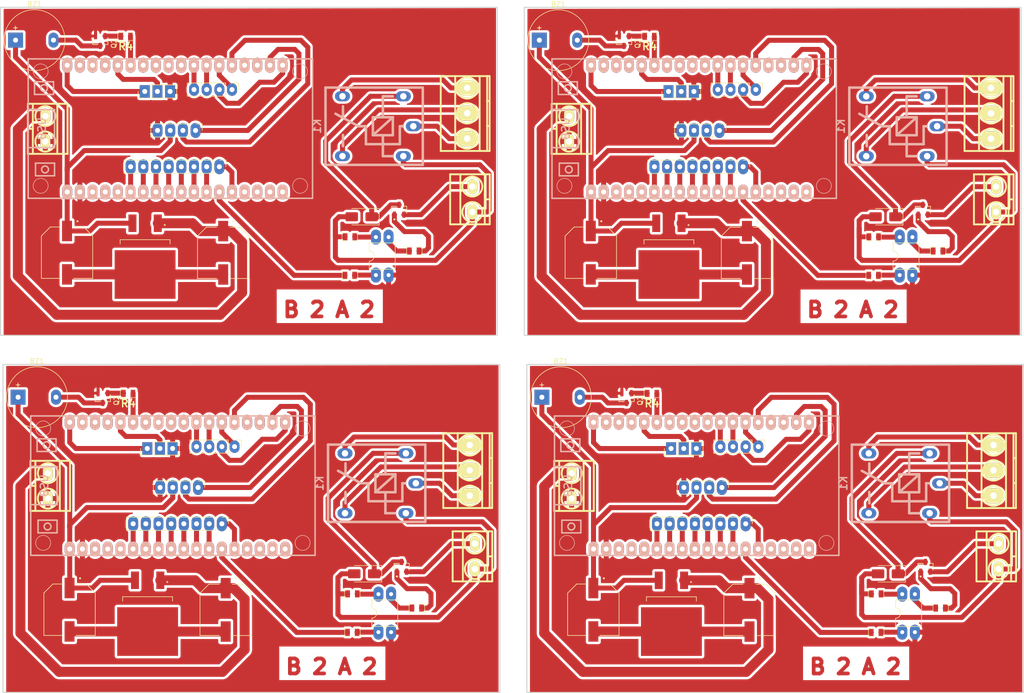
<source format=kicad_pcb>
(kicad_pcb (version 20221018) (generator pcbnew)
  (layers (0 "F.Cu" signal) (31 "B.Cu" signal) (34 "B.Paste" user) (35 "F.Paste" user) (36 "B.SilkS" user "B.Silkscreen") (37 "F.SilkS" user "F.Silkscreen") (38 "B.Mask" user) (39 "F.Mask" user) (44 "Edge.Cuts" user))
  (net 0 "")
  (net 1 "/15")
  (net 2 "GND")
  (net 3 "/9V")
  (net 4 "GND1")
  (net 5 "/5V")
  (net 6 "Net-(D1-A)")
  (net 7 "+9V")
  (net 8 "/8")
  (net 9 "/7")
  (net 10 "/6")
  (net 11 "/5")
  (net 12 "/4")
  (net 13 "/3")
  (net 14 "/2")
  (net 15 "/1")
  (net 16 "/SCL")
  (net 17 "/SDA")
  (net 18 "Earth")
  (net 19 "/C")
  (net 20 "/NO")
  (net 21 "/NC")
  (net 22 "/SS")
  (net 23 "/CLOCK")
  (net 24 "/MOSI")
  (net 25 "/MISO")
  (net 26 "/RST")
  (net 27 "/3V3")
  (net 28 "Net-(R1-Pad2)")
  (net 29 "Net-(R2-Pad1)")
  (net 30 "Net-(R3-Pad1)")
  (net 31 "Net-(Q1-B)")
  (net 48 "/32")
  (net 49 "Net-(BZ1-+)")
  (net 50 "Net-(Q2-B)")
  (footprint "L7805ACD2T:VREG_L7805ACD2T" (layer "F.Cu") (at 167.8122 69.9318 -90)
    (fp_text reference "U3" hide)
    (fp_text value "L7805ACD2T" hide)
  )
  (footprint "EESTN5:R_0805" (layer "F.Cu") (at 103.8745 65.94 180)
    (fp_text reference "R2" hide)
    (fp_text value "R" hide)
  )
  (footprint "EESTN5:R_0805" (layer "F.Cu") (at 104.3803 137.5092 180)
    (fp_text reference "R2" hide)
    (fp_text value "R" hide)
  )
  (footprint "EESTN5:R_0805" (layer "F.Cu") (at 164.4251 97.3398 180)
    (fp_text reference "R4")
    (fp_text value "R" hide)
  )
  (footprint "EESTN5:BORNERA2_AZUL" (layer "F.Cu") (at 43.32355 115.8692 -90)
    (fp_text reference "J5" hide)
    (fp_text value "TB" hide)
  )
  (footprint "L7805ACD2T:VREG_L7805ACD2T" (layer "F.Cu") (at 62.819 69.925 -90)
    (fp_text reference "U3" hide)
    (fp_text value "L7805ACD2T" hide)
  )
  (footprint "EESTN5:R_0805" (layer "F.Cu") (at 222.2609 140.3674)
    (fp_text reference "R3" hide)
    (fp_text value "R" hide)
  )
  (footprint "Buzzer_Beeper:Buzzer_12x9.5RM7.6" (layer "F.Cu") (at 37.3566 98.095)
    (fp_text reference "BZ1")
    (fp_text value "Buzzer")
  )
  (footprint "Buzzer_Beeper:Buzzer_12x9.5RM7.6" (layer "F.Cu") (at 141.844 26.5326)
    (fp_text reference "BZ1")
    (fp_text value "Buzzer")
  )
  (footprint "EESTN5:BORNERA2_AZUL" (layer "F.Cu") (at 233.401 58.435 90)
    (fp_text reference "J3" hide)
    (fp_text value "TBR" hide)
  )
  (footprint "EESTN5:R_0805" (layer "F.Cu") (at 208.8677 65.9468 180)
    (fp_text reference "R2" hide)
    (fp_text value "R" hide)
  )
  (footprint "EESTN5:BORNERA2_AZUL" (layer "F.Cu") (at 128.9136 129.9974 90)
    (fp_text reference "J3" hide)
    (fp_text value "TBR" hide)
  )
  (footprint "EESTN5:BORNERA2_AZUL" (layer "F.Cu") (at 233.9068 130.0042 90)
    (fp_text reference "J3" hide)
    (fp_text value "TBR" hide)
  )
  (footprint "EEEFC1H101P:CAP_EEEFC1H101P" (layer "F.Cu") (at 47.169 69.125 -90)
    (fp_text reference "C2" hide)
    (fp_text value "EEEFC1H101P" hide)
  )
  (footprint "L7805ACD2T:VREG_L7805ACD2T" (layer "F.Cu") (at 168.318 141.501 -90)
    (fp_text reference "U3" hide)
    (fp_text value "L7805ACD2T" hide)
  )
  (footprint "Connector_PinHeader_2.54mm:PinHeader_1x04_P2.54mm_Vertical" (layer "F.Cu") (at 73.4398 116.1942 -90)
    (fp_text reference "J2" hide)
    (fp_text value "Conn_01x04_Socket" hide)
  )
  (footprint "Diode_SMD:D_SMA" (layer "F.Cu") (at 106.2362 61.9212 180)
    (fp_text reference "D1" hide)
    (fp_text value "DIODE" hide)
  )
  (footprint "Buzzer_Beeper:Buzzer_12x9.5RM7.6" (layer "F.Cu") (at 36.8508 26.5258)
    (fp_text reference "BZ1")
    (fp_text value "Buzzer")
  )
  (footprint "EESTN5:R_0805" (layer "F.Cu") (at 163.9193 25.7706 180)
    (fp_text reference "R4")
    (fp_text value "R" hide)
  )
  (footprint "EESTN5:R_0805" (layer "F.Cu") (at 209.3735 137.516 180)
    (fp_text reference "R2" hide)
    (fp_text value "R" hide)
  )
  (footprint "EESTN5:R_0805" (layer "F.Cu") (at 117.2677 140.3606)
    (fp_text reference "R3" hide)
    (fp_text value "R" hide)
  )
  (footprint "Connector_PinHeader_2.54mm:PinHeader_1x08_P2.54mm_Vertical" (layer "F.Cu") (at 183.198 123.471 -90)
    (fp_text reference "J1" hide)
    (fp_text value "Conn_01x08_Socket" hide)
  )
  (footprint "EESTN5:R_0805" (layer "F.Cu") (at 116.7619 68.7914)
    (fp_text reference "R3" hide)
    (fp_text value "R" hide)
  )
  (footprint "EESTN5:R_0805" (layer "F.Cu") (at 104.35105 145.2392)
    (fp_text reference "R1" hide)
    (fp_text value "R" hide)
  )
  (footprint "EESTN5:R_0805" (layer "F.Cu") (at 59.4319 97.333 180)
    (fp_text reference "R4")
    (fp_text value "R" hide)
  )
  (footprint "L7805ACD2T:VREG_L7805ACD2T" (layer "F.Cu") (at 63.3248 141.4942 -90)
    (fp_text reference "U3" hide)
    (fp_text value "L7805ACD2T" hide)
  )
  (footprint "MMBT3904-7-F:SOT95P230X110-3N" (layer "F.Cu") (at 219.2352 132.0997 90)
    (fp_text reference "Q1" hide)
    (fp_text value "2N3904" hide)
  )
  (footprint "EESTN5:BORNERA2_AZUL" (layer "F.Cu") (at 147.81095 44.3068 -90)
    (fp_text reference "J5" hide)
    (fp_text value "TB" hide)
  )
  (footprint "Connector_PinHeader_2.54mm:PinHeader_1x03_P2.54mm_Vertical" (layer "F.Cu") (at 63.2528 108.3792 90)
    (fp_text reference "J7" hide)
    (fp_text value "Conn_01x03_Socket" hide)
  )
  (footprint "Connector_PinHeader_2.54mm:PinHeader_1x04_P2.54mm_Vertical" (layer "F.Cu") (at 178.433 116.201 -90)
    (fp_text reference "J2" hide)
    (fp_text value "Conn_01x04_Socket" hide)
  )
  (footprint "Diode_SMD:D_SMA" (layer "F.Cu") (at 106.742 133.4904 180)
    (fp_text reference "D1" hide)
    (fp_text value "DIODE" hide)
  )
  (footprint "Package_DIP:DIP-4_W7.62mm" (layer "F.Cu") (at 109.5878 145.1892 90)
    (fp_text reference "U2" hide)
    (fp_text value "PC817" hide)
  )
  (footprint "EESTN5:R_0805" (layer "F.Cu") (at 103.84525 73.67)
    (fp_text reference "R1" hide)
    (fp_text value "R" hide)
  )
  (footprint "EESTN5:BORNERA3_Vertical" (layer "F.Cu") (at 127.8842 112.7558 90)
    (fp_text reference "J4" hide)
    (fp_text value "TB_1X3" hide)
  )
  (footprint "Buzzer_Beeper:Buzzer_12x9.5RM7.6" (layer "F.Cu") (at 142.3498 98.1018)
    (fp_text reference "BZ1")
    (fp_text value "Buzzer")
  )
  (footprint "EESTN5:BORNERA2_AZUL" (layer "F.Cu") (at 148.31675 115.876 -90)
    (fp_text reference "J5" hide)
    (fp_text value "TB" hide)
  )
  (footprint "EEEFC1H101P:CAP_EEEFC1H101P" (layer "F.Cu") (at 78.9748 140.7192 -90)
    (fp_text reference "C1" hide)
    (fp_text value "EEEFC1H101P" hide)
  )
  (footprint "EEEFC1H101P:CAP_EEEFC1H101P" (layer "F.Cu") (at 152.1622 69.1318 -90)
    (fp_text reference "C2" hide)
    (fp_text value "EEEFC1H101P" hide)
  )
  (footprint "Connector_PinHeader_2.54mm:PinHeader_1x04_P2.54mm_Vertical" (layer "F.Cu") (at 177.9272 44.6318 -90)
    (fp_text reference "J2" hide)
    (fp_text value "Conn_01x04_Socket" hide)
  )
  (footprint "Connector_PinHeader_2.54mm:PinHeader_1x08_P2.54mm_Vertical" (layer "F.Cu") (at 182.6922 51.9018 -90)
    (fp_text reference "J1" hide)
    (fp_text value "Conn_01x08_Socket" hide)
  )
  (footprint "EESTN5:BORNERA3_Vertical" (layer "F.Cu") (at 232.3716 41.1934 90)
    (fp_text reference "J4" hide)
    (fp_text value "TB_1X3" hide)
  )
  (footprint "Diode_SMD:D_SMA" (layer "F.Cu") (at 211.7352 133.4972 180)
    (fp_text reference "D1" hide)
    (fp_text value "DIODE" hide)
  )
  (footprint "EESTN5:BORNERA2_AZUL" (layer "F.Cu") (at 42.81775 44.3 -90)
    (fp_text reference "J5" hide)
    (fp_text value "TB" hide)
  )
  (footprint "Package_DIP:DIP-4_W7.62mm" (layer "F.Cu") (at 109.082 73.62 90)
    (fp_text reference "U2" hide)
    (fp_text value "PC817" hide)
  )
  (footprint "Connector_PinHeader_2.54mm:PinHeader_1x04_P2.54mm_Vertical" (layer "F.Cu") (at 185.2372 36.4418 -90)
    (fp_text reference "J6" hide)
    (fp_text value "Conn_01x04_Socket" hide)
  )
  (footprint "MMBT3904-7-F:SOT95P230X110-3N" (layer "F.Cu") (at 114.242 132.0929 90)
    (fp_text reference "Q1" hide)
    (fp_text value "2N3904" hide)
  )
  (footprint "EESTN5:BORNERA3_Vertical" (layer "F.Cu") (at 127.3784 41.1866 90)
    (fp_text reference "J4" hide)
    (fp_text value "TB_1X3" hide)
  )
  (footprint "Connector_PinHeader_2.54mm:PinHeader_1x08_P2.54mm_Vertical" (layer "F.Cu") (at 78.2048 123.4642 -90)
    (fp_text reference "J1" hide)
    (fp_text value "Conn_01x08_Socket" hide)
  )
  (footprint "Connector_PinHeader_2.54mm:PinHeader_1x03_P2.54mm_Vertical" (layer "F.Cu") (at 168.246 108.386 90)
    (fp_text reference "J7" hide)
    (fp_text value "Conn_01x03_Socket" hide)
  )
  (footprint "EESTN5:R_0805" (layer "F.Cu") (at 208.83845 73.6768)
    (fp_text reference "R1" hide)
    (fp_text value "R" hide)
  )
  (footprint "MMBT3904-7-F:SOT95P230X110-3N" (layer "F.Cu") (at 158.8266 26.7059 -90)
    (fp_text reference "Q2")
    (fp_text value "2N3904" hide)
  )
  (footprint "Connector_PinHeader_2.54mm:PinHeader_1x03_P2.54mm_Vertical" (layer "F.Cu") (at 62.747 36.81 90)
    (fp_text reference "J7" hide)
    (fp_text value "Conn_01x03_Socket" hide)
  )
  (footprint "EEEFC1H101P:CAP_EEEFC1H101P" (layer "F.Cu") (at 183.4622 69.1568 -90)
    (fp_text reference "C1" hide)
    (fp_text value "EEEFC1H101P" hide)
  )
  (footprint "MMBT3904-7-F:SOT95P230X110-3N" (layer "F.Cu") (at 53.8334 26.6991 -90)
    (fp_text reference "Q2")
    (fp_text value "2N3904" hide)
  )
  (footprint "EESTN5:BORNERA2_AZUL" (layer "F.Cu") (at 128.4078 58.4282 90)
    (fp_text reference "J3" hide)
    (fp_text value "TBR" hide)
  )
  (footprint "MMBT3904-7-F:SOT95P230X110-3N" (layer "F.Cu") (at 218.7294 60.5305 90)
    (fp_text reference "Q1" hide)
    (fp_text value "2N3904" hide)
  )
  (footprint "MMBT3904-7-F:SOT95P230X110-3N" (layer "F.Cu") (at 54.3392 98.2683 -90)
    (fp_text reference "Q2")
    (fp_text value "2N3904" hide)
  )
  (footprint "Connector_PinHeader_2.54mm:PinHeader_1x04_P2.54mm_Vertical" (layer "F.Cu") (at 80.7498 108.0042 -90)
    (fp_text reference "J6" hide)
    (fp_text value "Conn_01x04_Socket" hide)
  )
  (footprint "EEEFC1H101P:CAP_EEEFC1H101P" (layer "F.Cu") (at 152.668 140.701 -90)
    (fp_text reference "C2" hide)
    (fp_text value "EEEFC1H101P" hide)
  )
  (footprint "EESTN5:R_0805" (layer "F.Cu") (at 221.7551 68.7982)
    (fp_text reference "R3" hide)
    (fp_text value "R" hide)
  )
  (footprint "Diode_SMD:D_SMA" (layer "F.Cu") (at 211.2294 61.928 180)
    (fp_text reference "D1" hide)
    (fp_text value "DIODE" hide)
  )
  (footprint "Connector_PinHeader_2.54mm:PinHeader_1x04_P2.54mm_Vertical" (layer "F.Cu") (at 72.934 44.625 -90)
    (fp_text reference "J2" hide)
    (fp_text value "Conn_01x04_Socket" hide)
  )
  (footprint "MMBT3904-7-F:SOT95P230X110-3N" (layer "F.Cu") (at 113.7362 60.5237 90)
    (fp_text reference "Q1" hide)
    (fp_text value "2N3904" hide)
  )
  (footprint "Connector_PinHeader_2.54mm:PinHeader_1x04_P2.54mm_Vertical" (layer "F.Cu") (at 185.743 108.011 -90)
    (fp_text reference "J6" hide)
    (fp_text value "Conn_01x04_Socket" hide)
  )
  (footprint "Connector_PinHeader_2.54mm:PinHeader_1x03_P2.54mm_Vertical" (layer "F.Cu") (at 167.7402 36.8168 90)
    (fp_text reference "J7" hide)
    (fp_text value "Conn_01x03_Socket" hide)
  )
  (footprint "EEEFC1H101P:CAP_EEEFC1H101P" (layer "F.Cu") (at 78.469 69.15 -90)
    (fp_text reference "C1" hide)
    (fp_text value "EEEFC1H101P" hide)
  )
  (footprint "Package_DIP:DIP-4_W7.62mm" (layer "F.Cu") (at 214.581 145.196 90)
    (fp_text reference "U2" hide)
    (fp_text value "PC817" hide)
  )
  (footprint "EESTN5:R_0805" (layer "F.Cu") (at 209.34425 145.246)
    (fp_text reference "R1" hide)
    (fp_text value "R" hide)
  )
  (footprint "EEEFC1H101P:CAP_EEEFC1H101P" (layer "F.Cu") (at 183.968 140.726 -90)
    (fp_text reference "C1" hide)
    (fp_text value "EEEFC1H101P" hide)
  )
  (footprint "EESTN5:BORNERA3_Vertical" (layer "F.Cu") (at 232.8774 112.7626 90)
    (fp_text reference "J4" hide)
    (fp_text value "TB_1X3" hide)
  )
  (footprint "Connector_PinHeader_2.54mm:PinHeader_1x08_P2.54mm_Vertical" (layer "F.Cu") (at 77.699 51.895 -90)
    (fp_text reference "J1" hide)
    (fp_text value "Conn_01x08_Socket" hide)
  )
  (footprint "EEEFC1H101P:CAP_EEEFC1H101P" (layer "F.Cu") (at 47.6748 140.6942 -90)
    (fp_text reference "C2" hide)
    (fp_text value "EEEFC1H101P" hide)
  )
  (footprint "Connector_PinHeader_2.54mm:PinHeader_1x04_P2.54mm_Vertical" (layer "F.Cu") (at 80.244 36.435 -90)
    (fp_text reference "J6" hide)
    (fp_text value "Conn_01x04_Socket" hide)
  )
  (footprint "MMBT3904-7-F:SOT95P230X110-3N" (layer "F.Cu") (at 159.3324 98.2751 -90)
    (fp_text reference "Q2")
    (fp_text value "2N3904" hide)
  )
  (footprint "Package_DIP:DIP-4_W7.62mm" (layer "F.Cu") (at 214.0752 73.6268 90)
    (fp_text reference "U2" hide)
    (fp_text value "PC817" hide)
  )
  (footprint "EESTN5:R_0805" (layer "F.Cu") (at 58.9261 25.7638 180)
    (fp_text reference "R4")
    (fp_text value "R" hide)
  )
  (footprint "EESTN5:Relay_C" (layer "B.Cu") (at 108.9866 115.3466 90)
    (fp_text reference "K1")
    (fp_text value "RELAY_C" hide)
  )
  (footprint "EESTN5:Relay_C" (layer "B.Cu") (at 213.474 43.7842 90)
    (fp_text reference "K1")
    (fp_text value "RELAY_C" hide)
  )
  (footprint "EESTN5:ESP32_DEVKIT_V1_DOIT" (layer "B.Cu") (at 175.0572 44.2618 180)
    (fp_text reference "U1" hide)
    (fp_text value "ESP32_DevKit_V1_DOIT" hide)
  )
  (footprint "EESTN5:ESP32_DEVKIT_V1_DOIT" (layer "B.Cu") (at 70.064 44.255 180)
    (fp_text reference "U1" hide)
    (fp_text value "ESP32_DevKit_V1_DOIT" hide)
  )
  (footprint "EESTN5:Relay_C" (layer "B.Cu") (at 213.9798 115.3534 90)
    (fp_text reference "K1")
    (fp_text value "RELAY_C" hide)
  )
  (footprint "EESTN5:Relay_C" (layer "B.Cu") (at 108.4808 43.7774 90)
    (fp_text reference "K1")
    (fp_text value "RELAY_C" hide)
  )
  (footprint "EESTN5:ESP32_DEVKIT_V1_DOIT" (layer "B.Cu") (at 70.5698 115.8242 180)
    (fp_text reference "U1" hide)
    (fp_text value "ESP32_DevKit_V1_DOIT" hide)
  )
  (footprint "EESTN5:ESP32_DEVKIT_V1_DOIT" (layer "B.Cu") (at 175.563 115.831 180)
    (fp_text reference "U1" hide)
    (fp_text value "ESP32_DevKit_V1_DOIT" hide)
  )
  (gr_rect (start 34.3392 91.5192) (end 133.9124 157.2692) (stroke (width 0.2)) (fill none) (layer "Edge.Cuts"))
  (gr_rect (start 139.3324 91.526) (end 238.9056 157.276) (stroke (width 0.2)) (fill none) (layer "Edge.Cuts"))
  (gr_rect (start 138.8266 19.9568) (end 238.3998 85.7068) (stroke (width 0.2)) (fill none) (layer "Edge.Cuts"))
  (gr_rect (start 33.8334 19.95) (end 133.4066 85.7) (stroke (width 0.2)) (fill none) (layer "Edge.Cuts"))
  (gr_text "B 2 A 2" (at 90.6358 153.8734) (layer "F.Cu") (effects (font (size 3 3) (thickness 0.75) bold) (justify left bottom)))
  (gr_text "B 2 A 2" (at 195.1232 82.311) (layer "F.Cu") (effects (font (size 3 3) (thickness 0.75) bold) (justify left bottom)))
  (gr_text "B 2 A 2" (at 195.629 153.8802) (layer "F.Cu") (effects (font (size 3 3) (thickness 0.75) bold) (justify left bottom)))
  (gr_text "B 2 A 2" (at 90.13 82.3042) (layer "F.Cu") (effects (font (size 3 3) (thickness 0.75) bold) (justify left bottom)))
  (segment (start 165.403 97.3652) (end 165.3776 97.3398) (width 1) (layer "F.Cu") (net 1))
  (segment (start 60.4748 103.0592) (end 60.4098 103.1242) (width 1) (layer "F.Cu") (net 1))
  (segment (start 60.4098 103.1242) (end 60.4098 97.3584) (width 1) (layer "F.Cu") (net 1))
  (segment (start 59.904 31.555) (end 59.904 25.7892) (width 1) (layer "F.Cu") (net 1))
  (segment (start 165.403 103.131) (end 165.403 97.3652) (width 1) (layer "F.Cu") (net 1))
  (segment (start 164.8972 25.796) (end 164.8718 25.7706) (width 1) (layer "F.Cu") (net 1))
  (segment (start 164.9622 31.4968) (end 164.8972 31.5618) (width 1) (layer "F.Cu") (net 1))
  (segment (start 165.468 103.066) (end 165.403 103.131) (width 1) (layer "F.Cu") (net 1))
  (segment (start 60.4098 97.3584) (end 60.3844 97.333) (width 1) (layer "F.Cu") (net 1))
  (segment (start 164.8972 31.5618) (end 164.8972 25.796) (width 1) (layer "F.Cu") (net 1))
  (segment (start 59.969 31.49) (end 59.904 31.555) (width 1) (layer "F.Cu") (net 1))
  (segment (start 59.904 25.7892) (end 59.8786 25.7638) (width 1) (layer "F.Cu") (net 1))
  (segment (start 177.818 134.801) (end 170.858 134.801) (width 2) (layer "F.Cu") (net 3))
  (segment (start 80.5498 136.3692) (end 78.9748 136.3692) (width 2) (layer "F.Cu") (net 3))
  (segment (start 82.269 67.025) (end 80.044 64.8) (width 2) (layer "F.Cu") (net 3))
  (segment (start 45.094 81.575) (end 77.819 81.575) (width 2) (layer "F.Cu") (net 3))
  (segment (start 37.8248 115.9692) (end 37.8248 145.3692) (width 2) (layer "F.Cu") (net 3))
  (segment (start 150.0872 81.5818) (end 182.8122 81.5818) (width 2) (layer "F.Cu") (net 3))
  (segment (start 187.2622 67.0318) (end 185.0372 64.8068) (width 2) (layer "F.Cu") (net 3))
  (segment (start 78.9748 136.3692) (end 74.3998 136.3692) (width 2) (layer "F.Cu") (net 3))
  (segment (start 45.5998 153.1442) (end 78.3248 153.1442) (width 2) (layer "F.Cu") (net 3))
  (segment (start 142.818 145.376) (end 150.593 153.151) (width 2) (layer "F.Cu") (net 3))
  (segment (start 144.9522 41.7668) (end 142.3122 44.4068) (width 2) (layer "F.Cu") (net 3))
  (segment (start 148.31675 113.336) (end 145.458 113.336) (width 2) (layer "F.Cu") (net 3))
  (segment (start 82.269 77.125) (end 82.269 67.025) (width 2) (layer "F.Cu") (net 3))
  (segment (start 187.2622 77.1318) (end 187.2622 67.0318) (width 2) (layer "F.Cu") (net 3))
  (segment (start 74.3998 136.3692) (end 72.8248 134.7942) (width 2) (layer "F.Cu") (net 3))
  (segment (start 78.3248 153.1442) (end 82.7748 148.6942) (width 2) (layer "F.Cu") (net 3))
  (segment (start 142.3122 44.4068) (end 142.3122 73.8068) (width 2) (layer "F.Cu") (net 3))
  (segment (start 37.8248 145.3692) (end 45.5998 153.1442) (width 2) (layer "F.Cu") (net 3))
  (segment (start 37.319 73.8) (end 45.094 81.575) (width 2) (layer "F.Cu") (net 3))
  (segment (start 80.044 64.8) (end 78.469 64.8) (width 2) (layer "F.Cu") (net 3))
  (segment (start 183.4622 64.8068) (end 178.8872 64.8068) (width 2) (layer "F.Cu") (net 3))
  (segment (start 179.393 136.376) (end 177.818 134.801) (width 2) (layer "F.Cu") (net 3))
  (segment (start 147.81095 41.7668) (end 144.9522 41.7668) (width 2) (layer "F.Cu") (net 3))
  (segment (start 72.319 63.225) (end 65.359 63.225) (width 2) (layer "F.Cu") (net 3))
  (segment (start 40.4648 113.3292) (end 37.8248 115.9692) (width 2) (layer "F.Cu") (net 3))
  (segment (start 82.7748 138.5942) (end 80.5498 136.3692) (width 2) (layer "F.Cu") (net 3))
  (segment (start 37.319 44.4) (end 37.319 73.8) (width 2) (layer "F.Cu") (net 3))
  (segment (start 78.469 64.8) (end 73.894 64.8) (width 2) (layer "F.Cu") (net 3))
  (segment (start 178.8872 64.8068) (end 177.3122 63.2318) (width 2) (layer "F.Cu") (net 3))
  (segment (start 77.819 81.575) (end 82.269 77.125) (width 2) (layer "F.Cu") (net 3))
  (segment (start 82.7748 148.6942) (end 82.7748 138.5942) (width 2) (layer "F.Cu") (net 3))
  (segment (start 185.0372 64.8068) (end 183.4622 64.8068) (width 2) (layer "F.Cu") (net 3))
  (segment (start 142.3122 73.8068) (end 150.0872 81.5818) (width 2) (layer "F.Cu") (net 3))
  (segment (start 187.768 148.701) (end 187.768 138.601) (width 2) (layer "F.Cu") (net 3))
  (segment (start 42.81775 41.76) (end 39.959 41.76) (width 2) (layer "F.Cu") (net 3))
  (segment (start 43.32355 113.3292) (end 40.4648 113.3292) (width 2) (layer "F.Cu") (net 3))
  (segment (start 185.543 136.376) (end 183.968 136.376) (width 2) (layer "F.Cu") (net 3))
  (segment (start 187.768 138.601) (end 185.543 136.376) (width 2) (layer "F.Cu") (net 3))
  (segment (start 177.3122 63.2318) (end 170.3522 63.2318) (width 2) (layer "F.Cu") (net 3))
  (segment (start 142.818 115.976) (end 142.818 145.376) (width 2) (layer "F.Cu") (net 3))
  (segment (start 183.318 153.151) (end 187.768 148.701) (width 2) (layer "F.Cu") (net 3))
  (segment (start 72.8248 134.7942) (end 65.8648 134.7942) (width 2) (layer "F.Cu") (net 3))
  (segment (start 182.8122 81.5818) (end 187.2622 77.1318) (width 2) (layer "F.Cu") (net 3))
  (segment (start 73.894 64.8) (end 72.319 63.225) (width 2) (layer "F.Cu") (net 3))
  (segment (start 145.458 113.336) (end 142.818 115.976) (width 2) (layer "F.Cu") (net 3))
  (segment (start 150.593 153.151) (end 183.318 153.151) (width 2) (layer "F.Cu") (net 3))
  (segment (start 39.959 41.76) (end 37.319 44.4) (width 2) (layer "F.Cu") (net 3))
  (segment (start 183.968 136.376) (end 179.393 136.376) (width 2) (layer "F.Cu") (net 3))
  (segment (start 152.1622 73.4818) (end 167.7872 73.4818) (width 2) (layer "F.Cu") (net 4))
  (segment (start 152.668 145.051) (end 168.293 145.051) (width 2) (layer "F.Cu") (net 4))
  (segment (start 78.469 73.5) (end 62.819 73.5) (width 2) (layer "F.Cu") (net 4))
  (segment (start 47.169 73.475) (end 62.794 73.475) (width 2) (layer "F.Cu") (net 4))
  (segment (start 183.4622 73.5068) (end 167.8122 73.5068) (width 2) (layer "F.Cu") (net 4))
  (segment (start 167.7872 73.4818) (end 167.8122 73.5068) (width 2) (layer "F.Cu") (net 4))
  (segment (start 78.9748 145.0692) (end 63.3248 145.0692) (width 2) (layer "F.Cu") (net 4))
  (segment (start 47.6748 145.0442) (end 63.2998 145.0442) (width 2) (layer "F.Cu") (net 4))
  (segment (start 62.794 73.475) (end 62.819 73.5) (width 2) (layer "F.Cu") (net 4))
  (segment (start 63.2998 145.0442) (end 63.3248 145.0692) (width 2) (layer "F.Cu") (net 4))
  (segment (start 183.968 145.076) (end 168.318 145.076) (width 2) (layer "F.Cu") (net 4))
  (segment (start 168.293 145.051) (end 168.318 145.076) (width 2) (layer "F.Cu") (net 4))
  (segment (start 142.3498 98.1018) (end 142.3498 101.5408) (width 1) (layer "F.Cu") (net 5))
  (segment (start 47.169 64.775) (end 51.744 64.775) (width 1) (layer "F.Cu") (net 5))
  (segment (start 152.1972 52.6184) (end 152.1972 56.9618) (width 1) (layer "F.Cu") (net 5))
  (segment (start 51.1498 120.2192) (end 47.7098 123.6592) (width 1) (layer "F.Cu") (net 5))
  (segment (start 47.7098 123.6592) (end 47.7098 124.1808) (width 1) (layer "F.Cu") (net 5))
  (segment (start 52.2498 136.3442) (end 53.7998 134.7942) (width 1) (layer "F.Cu") (net 5))
  (segment (start 155.6372 48.6568) (end 152.1972 52.0968) (width 1) (layer "F.Cu") (net 5))
  (segment (start 152.703 128.531) (end 152.703 136.316) (width 1) (layer "F.Cu") (net 5))
  (segment (start 173.353 118.341) (end 171.468 120.226) (width 1) (layer "F.Cu") (net 5))
  (segment (start 65.969 48.65) (end 50.644 48.65) (width 1) (layer "F.Cu") (net 5))
  (segment (start 152.1972 52.0968) (end 152.1972 52.6184) (width 1) (layer "F.Cu") (net 5))
  (segment (start 47.204 56.955) (end 47.204 64.74) (width 1) (layer "F.Cu") (net 5))
  (segment (start 157.243 136.351) (end 158.793 134.801) (width 1) (layer "F.Cu") (net 5))
  (segment (start 170.9622 48.6568) (end 155.6372 48.6568) (width 1) (layer "F.Cu") (net 5))
  (segment (start 152.1972 56.9618) (end 152.1972 64.7468) (width 1) (layer "F.Cu") (net 5))
  (segment (start 158.793 134.801) (end 165.778 134.801) (width 1) (layer "F.Cu") (net 5))
  (segment (start 156.143 120.226) (end 152.703 123.666) (width 1) (layer "F.Cu") (net 5))
  (segment (start 172.8472 44.6318) (end 172.8472 46.7718) (width 1) (layer "F.Cu") (net 5))
  (segment (start 152.703 111.894) (end 152.703 124.1876) (width 1) (layer "F.Cu") (net 5))
  (segment (start 158.2872 63.2318) (end 165.2722 63.2318) (width 1) (layer "F.Cu") (net 5))
  (segment (start 53.294 63.225) (end 60.279 63.225) (width 1) (layer "F.Cu") (net 5))
  (segment (start 141.844 26.5326) (end 141.844 29.9716) (width 1) (layer "F.Cu") (net 5))
  (segment (start 152.1972 64.7468) (end 152.1622 64.7818) (width 2) (layer "F.Cu") (net 5))
  (segment (start 36.8508 26.5258) (end 36.8508 29.9648) (width 1) (layer "F.Cu") (net 5))
  (segment (start 173.353 116.201) (end 173.353 118.341) (width 1) (layer "F.Cu") (net 5))
  (segment (start 37.3566 101.534) (end 47.7098 111.8872) (width 1) (layer "F.Cu") (net 5))
  (segment (start 67.854 46.765) (end 65.969 48.65) (width 1) (layer "F.Cu") (net 5))
  (segment (start 47.204 52.6116) (end 47.204 56.955) (width 1) (layer "F.Cu") (net 5))
  (segment (start 141.844 29.9716) (end 152.1972 40.3248) (width 1) (layer "F.Cu") (net 5))
  (segment (start 47.7098 128.5242) (end 47.7098 136.3092) (width 1) (layer "F.Cu") (net 5))
  (segment (start 51.744 64.775) (end 53.294 63.225) (width 1) (layer "F.Cu") (net 5))
  (segment (start 47.204 64.74) (end 47.169 64.775) (width 2) (layer "F.Cu") (net 5))
  (segment (start 47.204 52.09) (end 47.204 52.6116) (width 1) (layer "F.Cu") (net 5))
  (segment (start 152.1972 40.3248) (end 152.1972 52.6184) (width 1) (layer "F.Cu") (net 5))
  (segment (start 171.468 120.226) (end 156.143 120.226) (width 1) (layer "F.Cu") (net 5))
  (segment (start 67.854 44.625) (end 67.854 46.765) (width 1) (layer "F.Cu") (net 5))
  (segment (start 37.3566 98.095) (end 37.3566 101.534) (width 1) (layer "F.Cu") (net 5))
  (segment (start 152.668 136.351) (end 157.243 136.351) (width 1) (layer "F.Cu") (net 5))
  (segment (start 152.1622 64.7818) (end 156.7372 64.7818) (width 1) (layer "F.Cu") (net 5))
  (segment (start 36.8508 29.9648) (end 47.204 40.318) (width 1) (layer "F.Cu") (net 5))
  (segment (start 47.7098 111.8872) (end 47.7098 124.1808) (width 1) (layer "F.Cu") (net 5))
  (segment (start 142.3498 101.5408) (end 152.703 111.894) (width 1) (layer "F.Cu") (net 5))
  (segment (start 47.6748 136.3442) (end 52.2498 136.3442) (width 1) (layer "F.Cu") (net 5))
  (segment (start 68.3598 118.3342) (end 66.4748 120.2192) (width 1) (layer "F.Cu") (net 5))
  (segment (start 172.8472 46.7718) (end 170.9622 48.6568) (width 1) (layer "F.Cu") (net 5))
  (segment (start 47.7098 136.3092) (end 47.6748 136.3442) (width 2) (layer "F.Cu") (net 5))
  (segment (start 66.4748 120.2192) (end 51.1498 120.2192) (width 1) (layer "F.Cu") (net 5))
  (segment (start 156.7372 64.7818) (end 158.2872 63.2318) (width 1) (layer "F.Cu") (net 5))
  (segment (start 152.703 124.1876) (end 152.703 128.531) (width 1) (layer "F.Cu") (net 5))
  (segment (start 53.7998 134.7942) (end 60.7848 134.7942) (width 1) (layer "F.Cu") (net 5))
  (segment (start 68.3598 116.1942) (end 68.3598 118.3342) (width 1) (layer "F.Cu") (net 5))
  (segment (start 152.703 123.666) (end 152.703 124.1876) (width 1) (layer "F.Cu") (net 5))
  (segment (start 47.204 40.318) (end 47.204 52.6116) (width 1) (layer "F.Cu") (net 5))
  (segment (start 47.7098 124.1808) (end 47.7098 128.5242) (width 1) (layer "F.Cu") (net 5))
  (segment (start 152.703 136.316) (end 152.668 136.351) (width 2) (layer "F.Cu") (net 5))
  (segment (start 50.644 48.65) (end 47.204 52.09) (width 1) (layer "F.Cu") (net 5))
  (segment (start 213.5028 109.3534) (end 204.5148 118.3414) (width 1) (layer "F.Cu") (net 6))
  (segment (start 204.009 50.9378) (end 204.009 46.7722) (width 1) (layer "F.Cu") (net 6))
  (segment (start 215.1992 133.4972) (end 217.5767 131.1197) (width 1) (layer "F.Cu") (net 6))
  (segment (start 213.7352 133.4972) (end 215.1992 133.4972) (width 1) (layer "F.Cu") (net 6))
  (segment (start 213.2294 61.928) (end 213.2294 60.1582) (width 1) (layer "F.Cu") (net 6))
  (segment (start 217.5767 131.1197) (end 219.2352 131.1197) (width 1) (layer "F.Cu") (net 6))
  (segment (start 213.2294 61.928) (end 214.6934 61.928) (width 1) (layer "F.Cu") (net 6))
  (segment (start 217.0709 59.5505) (end 218.7294 59.5505) (width 1) (layer "F.Cu") (net 6))
  (segment (start 108.742 131.7206) (end 99.5216 122.5002) (width 1) (layer "F.Cu") (net 6))
  (segment (start 219.574 37.7842) (end 212.997 37.7842) (width 1) (layer "F.Cu") (net 6))
  (segment (start 108.5096 109.3466) (end 99.5216 118.3346) (width 1) (layer "F.Cu") (net 6))
  (segment (start 108.2362 60.1514) (end 99.0158 50.931) (width 1) (layer "F.Cu") (net 6))
  (segment (start 108.2362 61.9212) (end 109.7002 61.9212) (width 1) (layer "F.Cu") (net 6))
  (segment (start 108.0038 37.7774) (end 99.0158 46.7654) (width 1) (layer "F.Cu") (net 6))
  (segment (start 220.0798 109.3534) (end 213.5028 109.3534) (width 1) (layer "F.Cu") (net 6))
  (segment (start 213.2294 60.1582) (end 204.009 50.9378) (width 1) (layer "F.Cu") (net 6))
  (segment (start 108.742 133.4904) (end 110.206 133.4904) (width 1) (layer "F.Cu") (net 6))
  (segment (start 213.7352 131.7274) (end 204.5148 122.507) (width 1) (layer "F.Cu") (net 6))
  (segment (start 112.0777 59.5437) (end 113.7362 59.5437) (width 1) (layer "F.Cu") (net 6))
  (segment (start 204.5148 122.507) (end 204.5148 118.3414) (width 1) (layer "F.Cu") (net 6))
  (segment (start 114.5808 37.7774) (end 108.0038 37.7774) (width 1) (layer "F.Cu") (net 6))
  (segment (start 108.2362 61.9212) (end 108.2362 60.1514) (width 1) (layer "F.Cu") (net 6))
  (segment (start 109.7002 61.9212) (end 112.0777 59.5437) (width 1) (layer "F.Cu") (net 6))
  (segment (start 112.5835 131.1129) (end 114.242 131.1129) (width 1) (layer "F.Cu") (net 6))
  (segment (start 110.206 133.4904) (end 112.5835 131.1129) (width 1) (layer "F.Cu") (net 6))
  (segment (start 214.6934 61.928) (end 217.0709 59.5505) (width 1) (layer "F.Cu") (net 6))
  (segment (start 99.0158 50.931) (end 99.0158 46.7654) (width 1) (layer "F.Cu") (net 6))
  (segment (start 108.742 133.4904) (end 108.742 131.7206) (width 1) (layer "F.Cu") (net 6))
  (segment (start 115.0866 109.3466) (end 108.5096 109.3466) (width 1) (layer "F.Cu") (net 6))
  (segment (start 213.7352 133.4972) (end 213.7352 131.7274) (width 1) (layer "F.Cu") (net 6))
  (segment (start 99.5216 122.5002) (end 99.5216 118.3346) (width 1) (layer "F.Cu") (net 6))
  (segment (start 212.997 37.7842) (end 204.009 46.7722) (width 1) (layer "F.Cu") (net 6))
  (segment (start 130.4122 123.0632) (end 115.5024 123.0632) (width 1) (layer "F.Cu") (net 7))
  (segment (start 234.8996 51.5008) (end 219.9898 51.5008) (width 1) (layer "F.Cu") (net 7))
  (segment (start 102.0558 142.2292) (end 101.467 141.6404) (width 1) (layer "F.Cu") (net 7))
  (segment (start 219.9898 51.5008) (end 219.574 51.085) (width 1) (layer "F.Cu") (net 7))
  (segment (start 233.401 63.2928) (end 226.027 70.6668) (width 1) (layer "F.Cu") (net 7))
  (segment (start 209.2294 61.928) (end 206.7044 61.928) (width 1) (layer "F.Cu") (net 7))
  (segment (start 101.467 134.2404) (end 101.467 135.7654) (width 1) (layer "F.Cu") (net 7))
  (segment (start 128.4078 63.286) (end 121.0338 70.66) (width 1) (layer "F.Cu") (net 7))
  (segment (start 101.7112 61.9212) (end 100.9612 62.6712) (width 1) (layer "F.Cu") (net 7))
  (segment (start 131.757 60.57) (end 131.757 53.3446) (width 1) (layer "F.Cu") (net 7))
  (segment (start 233.401 60.975) (end 233.401 63.2928) (width 1) (layer "F.Cu") (net 7))
  (segment (start 220.4956 123.07) (end 220.0798 122.6542) (width 1) (layer "F.Cu") (net 7))
  (segment (start 102.217 133.4904) (end 101.467 134.2404) (width 1) (layer "F.Cu") (net 7))
  (segment (start 237.256 124.9206) (end 235.4054 123.07) (width 1) (layer "F.Cu") (net 7))
  (segment (start 115.5024 123.0632) (end 115.0866 122.6474) (width 1) (layer "F.Cu") (net 7))
  (segment (start 226.027 70.6668) (end 206.5432 70.6668) (width 1) (layer "F.Cu") (net 7))
  (segment (start 206.4602 141.6472) (end 206.4602 135.7722) (width 1) (layer "F.Cu") (net 7))
  (segment (start 205.9544 64.203) (end 205.9544 65.9468) (width 1) (layer "F.Cu") (net 7))
  (segment (start 128.9136 134.8552) (end 121.5396 142.2292) (width 1) (layer "F.Cu") (net 7))
  (segment (start 131.8646 132.5374) (end 132.2628 132.1392) (width 1) (layer "F.Cu") (net 7))
  (segment (start 206.4602 135.7722) (end 206.4602 137.516) (width 1) (layer "F.Cu") (net 7))
  (segment (start 206.4602 137.516) (end 208.421 137.516) (width 1) (layer "F.Cu") (net 7))
  (segment (start 131.757 53.3446) (end 129.9064 51.494) (width 1) (layer "F.Cu") (net 7))
  (segment (start 237.256 132.146) (end 237.256 124.9206) (width 1) (layer "F.Cu") (net 7))
  (segment (start 207.049 142.236) (end 206.4602 141.6472) (width 1) (layer "F.Cu") (net 7))
  (segment (start 236.352 60.975) (end 236.7502 60.5768) (width 1) (layer "F.Cu") (net 7))
  (segment (start 131.3588 60.9682) (end 131.757 60.57) (width 1) (layer "F.Cu") (net 7))
  (segment (start 233.9068 132.5442) (end 236.8578 132.5442) (width 1) (layer "F.Cu") (net 7))
  (segment (start 121.0338 70.66) (end 101.55 70.66) (width 1) (layer "F.Cu") (net 7))
  (segment (start 128.9136 132.5374) (end 128.9136 134.8552) (width 1) (layer "F.Cu") (net 7))
  (segment (start 132.2628 124.9138) (end 130.4122 123.0632) (width 1) (layer "F.Cu") (net 7))
  (segment (start 115.0866 122.6474) (end 115.0866 121.3466) (width 1) (layer "F.Cu") (net 7))
  (segment (start 206.7044 61.928) (end 205.9544 62.678) (width 1) (layer "F.Cu") (net 7))
  (segment (start 104.2362 61.9212) (end 101.7112 61.9212) (width 1) (layer "F.Cu") (net 7))
  (segment (start 114.9966 51.494) (end 114.5808 51.0782) (width 1) (layer "F.Cu") (net 7))
  (segment (start 101.55 70.66) (end 100.9612 70.0712) (width 1) (layer "F.Cu") (net 7))
  (segment (start 101.467 135.7654) (end 101.467 137.5092) (width 1) (layer "F.Cu") (net 7))
  (segment (start 206.5432 70.6668) (end 205.9544 70.078) (width 1) (layer "F.Cu") (net 7))
  (segment (start 100.9612 62.6712) (end 100.9612 64.1962) (width 1) (layer "F.Cu") (net 7))
  (segment (start 205.9544 65.9468) (end 207.9152 65.9468) (width 1) (layer "F.Cu") (net 7))
  (segment (start 233.9068 134.862) (end 226.5328 142.236) (width 1) (layer "F.Cu") (net 7))
  (segment (start 236.8578 132.5442) (end 237.256 132.146) (width 1) (layer "F.Cu") (net 7))
  (segment (start 235.4054 123.07) (end 220.4956 123.07) (width 1) (layer "F.Cu") (net 7))
  (segment (start 100.9612 70.0712) (end 100.9612 64.1962) (width 1) (layer "F.Cu") (net 7))
  (segment (start 226.5328 142.236) (end 207.049 142.236) (width 1) (layer "F.Cu") (net 7))
  (segment (start 236.7502 60.5768) (end 236.7502 53.3514) (width 1) (layer "F.Cu") (net 7))
  (segment (start 100.9612 64.1962) (end 100.9612 65.94) (width 1) (layer "F.Cu") (net 7))
  (segment (start 205.9544 62.678) (end 205.9544 64.203) (width 1) (layer "F.Cu") (net 7))
  (segment (start 101.467 141.6404) (end 101.467 135.7654) (width 1) (layer "F.Cu") (net 7))
  (segment (start 233.9068 132.5442) (end 233.9068 134.862) (width 1) (layer "F.Cu") (net 7))
  (segment (start 132.2628 132.1392) (end 132.2628 124.9138) (width 1) (layer "F.Cu") (net 7))
  (segment (start 100.9612 65.94) (end 102.922 65.94) (width 1) (layer "F.Cu") (net 7))
  (segment (start 104.742 133.4904) (end 102.217 133.4904) (width 1) (layer "F.Cu") (net 7))
  (segment (start 128.4078 60.9682) (end 131.3588 60.9682) (width 1) (layer "F.Cu") (net 7))
  (segment (start 209.7352 133.4972) (end 207.2102 133.4972) (width 1) (layer "F.Cu") (net 7))
  (segment (start 220.0798 122.6542) (end 220.0798 121.3534) (width 1) (layer "F.Cu") (net 7))
  (segment (start 114.5808 51.0782) (end 114.5808 49.7774) (width 1) (layer "F.Cu") (net 7))
  (segment (start 219.574 51.085) (end 219.574 49.7842) (width 1) (layer "F.Cu") (net 7))
  (segment (start 206.4602 134.2472) (end 206.4602 135.7722) (width 1) (layer "F.Cu") (net 7))
  (segment (start 129.9064 51.494) (end 114.9966 51.494) (width 1) (layer "F.Cu") (net 7))
  (segment (start 207.2102 133.4972) (end 206.4602 134.2472) (width 1) (layer "F.Cu") (net 7))
  (segment (start 236.7502 53.3514) (end 234.8996 51.5008) (width 1) (layer "F.Cu") (net 7))
  (segment (start 121.5396 142.2292) (end 102.0558 142.2292) (width 1) (layer "F.Cu") (net 7))
  (segment (start 233.401 60.975) (end 236.352 60.975) (width 1) (layer "F.Cu") (net 7))
  (segment (start 128.9136 132.5374) (end 131.8646 132.5374) (width 1) (layer "F.Cu") (net 7))
  (segment (start 101.467 137.5092) (end 103.4278 137.5092) (width 1) (layer "F.Cu") (net 7))
  (segment (start 128.4078 60.9682) (end 128.4078 63.286) (width 1) (layer "F.Cu") (net 7))
  (segment (start 205.9544 70.078) (end 205.9544 64.203) (width 1) (layer "F.Cu") (net 7))
  (segment (start 185.2172 56.9618) (end 185.2172 52.9994) (width 1) (layer "F.Cu") (net 8))
  (segment (start 80.224 52.9926) (end 79.1264 51.895) (width 1) (layer "F.Cu") (net 8))
  (segment (start 184.1196 51.9018) (end 182.6922 51.9018) (width 1) (layer "F.Cu") (net 8))
  (segment (start 79.1264 51.895) (end 77.699 51.895) (width 1) (layer "F.Cu") (net 8))
  (segment (start 184.6254 123.471) (end 183.198 123.471) (width 1) (layer "F.Cu") (net 8))
  (segment (start 185.2172 52.9994) (end 184.1196 51.9018) (width 1) (layer "F.Cu") (net 8))
  (segment (start 80.224 56.955) (end 80.224 52.9926) (width 1) (layer "F.Cu") (net 8))
  (segment (start 185.723 124.5686) (end 184.6254 123.471) (width 1) (layer "F.Cu") (net 8))
  (segment (start 80.7298 124.5618) (end 79.6322 123.4642) (width 1) (layer "F.Cu") (net 8))
  (segment (start 80.7298 128.5242) (end 80.7298 124.5618) (width 1) (layer "F.Cu") (net 8))
  (segment (start 185.723 128.531) (end 185.723 124.5686) (width 1) (layer "F.Cu") (net 8))
  (segment (start 79.6322 123.4642) (end 78.2048 123.4642) (width 1) (layer "F.Cu") (net 8))
  (segment (start 180.643 128.531) (end 180.643 123.486) (width 1) (layer "F.Cu") (net 9))
  (segment (start 75.144 51.91) (end 75.159 51.895) (width 1) (layer "F.Cu") (net 9))
  (segment (start 180.1372 51.9168) (end 180.1522 51.9018) (width 1) (layer "F.Cu") (net 9))
  (segment (start 75.6498 128.5242) (end 75.6498 123.4792) (width 1) (layer "F.Cu") (net 9))
  (segment (start 75.6498 123.4792) (end 75.6648 123.4642) (width 1) (layer "F.Cu") (net 9))
  (segment (start 180.643 123.486) (end 180.658 123.471) (width 1) (layer "F.Cu") (net 9))
  (segment (start 180.1372 56.9618) (end 180.1372 51.9168) (width 1) (layer "F.Cu") (net 9))
  (segment (start 75.144 56.955) (end 75.144 51.91) (width 1) (layer "F.Cu") (net 9))
  (segment (start 72.619 56.94) (end 72.604 56.955) (width 1) (layer "F.Cu") (net 10))
  (segment (start 178.118 123.471) (end 178.118 128.516) (width 1) (layer "F.Cu") (net 10))
  (segment (start 73.1248 128.5092) (end 73.1098 128.5242) (width 1) (layer "F.Cu") (net 10))
  (segment (start 177.6122 56.9468) (end 177.5972 56.9618) (width 1) (layer "F.Cu") (net 10))
  (segment (start 177.6122 51.9018) (end 177.6122 56.9468) (width 1) (layer "F.Cu") (net 10))
  (segment (start 73.1248 123.4642) (end 73.1248 128.5092) (width 1) (layer "F.Cu") (net 10))
  (segment (start 72.619 51.895) (end 72.619 56.94) (width 1) (layer "F.Cu") (net 10))
  (segment (start 178.118 128.516) (end 178.103 128.531) (width 1) (layer "F.Cu") (net 10))
  (segment (start 175.0722 51.9018) (end 175.0722 56.9468) (width 1) (layer "F.Cu") (net 11))
  (segment (start 70.079 51.895) (end 70.079 56.94) (width 1) (layer "F.Cu") (net 11))
  (segment (start 70.5848 128.5092) (end 70.5698 128.5242) (width 1) (layer "F.Cu") (net 11))
  (segment (start 175.578 128.516) (end 175.563 128.531) (width 1) (layer "F.Cu") (net 11))
  (segment (start 175.0722 56.9468) (end 175.0572 56.9618) (width 1) (layer "F.Cu") (net 11))
  (segment (start 70.5848 123.4642) (end 70.5848 128.5092) (width 1) (layer "F.Cu") (net 11))
  (segment (start 175.578 123.471) (end 175.578 128.516) (width 1) (layer "F.Cu") (net 11))
  (segment (start 70.079 56.94) (end 70.064 56.955) (width 1) (layer "F.Cu") (net 11))
  (segment (start 68.0448 128.5092) (end 68.0298 128.5242) (width 1) (layer "F.Cu") (net 12))
  (segment (start 67.539 56.94) (end 67.524 56.955) (width 1) (layer "F.Cu") (net 12))
  (segment (start 172.5322 51.9018) (end 172.5322 56.9468) (width 1) (layer "F.Cu") (net 12))
  (segment (start 172.5322 56.9468) (end 172.5172 56.9618) (width 1) (layer "F.Cu") (net 12))
  (segment (start 68.0448 123.4642) (end 68.0448 128.5092) (width 1) (layer "F.Cu") (net 12))
  (segment (start 173.038 123.471) (end 173.038 128.516) (width 1) (layer "F.Cu") (net 12))
  (segment (start 67.539 51.895) (end 67.539 56.94) (width 1) (layer "F.Cu") (net 12))
  (segment (start 173.038 128.516) (end 173.023 128.531) (width 1) (layer "F.Cu") (net 12))
  (segment (start 64.999 56.94) (end 64.984 56.955) (width 1) (layer "F.Cu") (net 13))
  (segment (start 169.9922 51.9018) (end 169.9922 56.9468) (width 1) (layer "F.Cu") (net 13))
  (segment (start 170.498 128.516) (end 170.483 128.531) (width 1) (layer "F.Cu") (net 13))
  (segment (start 64.999 51.895) (end 64.999 56.94) (width 1) (layer "F.Cu") (net 13))
  (segment (start 65.5048 128.5092) (end 65.4898 128.5242) (width 1) (layer "F.Cu") (net 13))
  (segment (start 65.5048 123.4642) (end 65.5048 128.5092) (width 1) (layer "F.Cu") (net 13))
  (segment (start 169.9922 56.9468) (end 169.9772 56.9618) (width 1) (layer "F.Cu") (net 13))
  (segment (start 170.498 123.471) (end 170.498 128.516) (width 1) (layer "F.Cu") (net 13))
  (segment (start 62.459 56.94) (end 62.444 56.955) (width 1) (layer "F.Cu") (net 14))
  (segment (start 167.4522 51.9018) (end 167.4522 56.9468) (width 1) (layer "F.Cu") (net 14))
  (segment (start 62.9648 123.4642) (end 62.9648 128.5092) (width 1) (layer "F.Cu") (net 14))
  (segment (start 167.958 123.471) (end 167.958 128.516) (width 1) (layer "F.Cu") (net 14))
  (segment (start 167.958 128.516) (end 167.943 128.531) (width 1) (layer "F.Cu") (net 14))
  (segment (start 167.4522 56.9468) (end 167.4372 56.9618) (width 1) (layer "F.Cu") (net 14))
  (segment (start 62.459 51.895) (end 62.459 56.94) (width 1) (layer "F.Cu") (net 14))
  (segment (start 62.9648 128.5092) (end 62.9498 128.5242) (width 1) (layer "F.Cu") (net 14))
  (segment (start 165.418 128.516) (end 165.403 128.531) (width 1) (layer "F.Cu") (net 15))
  (segment (start 60.4248 123.4642) (end 60.4248 128.5092) (width 1) (layer "F.Cu") (net 15))
  (segment (start 60.4248 128.5092) (end 60.4098 128.5242) (width 1) (layer "F.Cu") (net 15))
  (segment (start 164.9122 51.9018) (end 164.9122 56.9468) (width 1) (layer "F.Cu") (net 15))
  (segment (start 59.919 56.94) (end 59.904 56.955) (width 1) (layer "F.Cu") (net 15))
  (segment (start 165.418 123.471) (end 165.418 128.516) (width 1) (layer "F.Cu") (net 15))
  (segment (start 59.919 51.895) (end 59.919 56.94) (width 1) (layer "F.Cu") (net 15))
  (segment (start 164.9122 56.9468) (end 164.8972 56.9618) (width 1) (layer "F.Cu") (net 15))
  (segment (start 72.934 44.625) (end 83.394 44.625) (width 1) (layer "F.Cu") (net 16))
  (segment (start 198.318 99.951) (end 194.968 99.951) (width 1) (layer "F.Cu") (net 16))
  (segment (start 89.469 28.375) (end 87.894 29.95) (width 1) (layer "F.Cu") (net 16))
  (segment (start 93.644 34.375) (end 93.644 29.2) (width 1) (layer "F.Cu") (net 16))
  (segment (start 83.8998 116.1942) (end 94.1498 105.9442) (width 1) (layer "F.Cu") (net 16))
  (segment (start 89.9748 99.9442) (end 88.3998 101.5192) (width 1) (layer "F.Cu") (net 16))
  (segment (start 193.393 103.081) (end 193.343 103.131) (width 1) (layer "F.Cu") (net 16))
  (segment (start 194.968 99.951) (end 193.393 101.526) (width 1) (layer "F.Cu") (net 16))
  (segment (start 192.8872 31.5118) (end 192.8372 31.5618) (width 1) (layer "F.Cu") (net 16))
  (segment (start 88.3998 101.5192) (end 88.3998 103.0742) (width 1) (layer "F.Cu") (net 16))
  (segment (start 199.143 100.776) (end 198.318 99.951) (width 1) (layer "F.Cu") (net 16))
  (segment (start 92.819 28.375) (end 89.469 28.375) (width 1) (layer "F.Cu") (net 16))
  (segment (start 94.1498 105.9442) (end 94.1498 100.7692) (width 1) (layer "F.Cu") (net 16))
  (segment (start 198.6372 29.2068) (end 197.8122 28.3818) (width 1) (layer "F.Cu") (net 16))
  (segment (start 178.433 116.201) (end 188.893 116.201) (width 1) (layer "F.Cu") (net 16))
  (segment (start 88.3998 103.0742) (end 88.3498 103.1242) (width 1) (layer "F.Cu") (net 16))
  (segment (start 193.393 101.526) (end 193.393 103.081) (width 1) (layer "F.Cu") (net 16))
  (segment (start 83.394 44.625) (end 93.644 34.375) (width 1) (layer "F.Cu") (net 16))
  (segment (start 177.9272 44.6318) (end 188.3872 44.6318) (width 1) (layer "F.Cu") (net 16))
  (segment (start 188.3872 44.6318) (end 198.6372 34.3818) (width 1) (layer "F.Cu") (net 16))
  (segment (start 197.8122 28.3818) (end 194.4622 28.3818) (width 1) (layer "F.Cu") (net 16))
  (segment (start 93.644 29.2) (end 92.819 28.375) (width 1) (layer "F.Cu") (net 16))
  (segment (start 93.3248 99.9442) (end 89.9748 99.9442) (width 1) (layer "F.Cu") (net 16))
  (segment (start 194.4622 28.3818) (end 192.8872 29.9568) (width 1) (layer "F.Cu") (net 16))
  (segment (start 188.893 116.201) (end 199.143 105.951) (width 1) (layer "F.Cu") (net 16))
  (segment (start 94.1498 100.7692) (end 93.3248 99.9442) (width 1) (layer "F.Cu") (net 16))
  (segment (start 199.143 105.951) (end 199.143 100.776) (width 1) (layer "F.Cu") (net 16))
  (segment (start 87.894 31.505) (end 87.844 31.555) (width 1) (layer "F.Cu") (net 16))
  (segment (start 198.6372 34.3818) (end 198.6372 29.2068) (width 1) (layer "F.Cu") (net 16))
  (segment (start 73.4398 116.1942) (end 83.8998 116.1942) (width 1) (layer "F.Cu") (net 16))
  (segment (start 87.894 29.95) (end 87.894 31.505) (width 1) (layer "F.Cu") (net 16))
  (segment (start 192.8872 29.9568) (end 192.8872 31.5118) (width 1) (layer "F.Cu") (net 16))
  (segment (start 95.427 27.933) (end 94.044 26.55) (width 1) (layer "F.Cu") (net 17))
  (segment (start 95.9328 99.5022) (end 94.5498 98.1192) (width 1) (layer "F.Cu") (net 17))
  (segment (start 176.618 118.526) (end 189.256 118.526) (width 1) (layer "F.Cu") (net 17))
  (segment (start 199.0372 26.5568) (end 187.8372 26.5568) (width 1) (layer "F.Cu") (net 17))
  (segment (start 185.723 100.746) (end 185.723 103.131) (width 1) (layer "F.Cu") (net 17))
  (segment (start 70.8998 116.1942) (end 70.8998 117.7942) (width 1) (layer "F.Cu") (net 17))
  (segment (start 95.9328 106.8492) (end 95.9328 99.5022) (width 1) (layer "F.Cu") (net 17))
  (segment (start 200.926 106.856) (end 200.926 99.509) (width 1) (layer "F.Cu") (net 17))
  (segment (start 80.7298 100.7392) (end 80.7298 103.1242) (width 1) (layer "F.Cu") (net 17))
  (segment (start 83.757 46.95) (end 95.427 35.28) (width 1) (layer "F.Cu") (net 17))
  (segment (start 70.8998 117.7942) (end 71.6248 118.5192) (width 1) (layer "F.Cu") (net 17))
  (segment (start 185.2172 29.1768) (end 185.2172 31.5618) (width 1) (layer "F.Cu") (net 17))
  (segment (start 95.427 35.28) (end 95.427 27.933) (width 1) (layer "F.Cu") (net 17))
  (segment (start 70.394 44.625) (end 70.394 46.225) (width 1) (layer "F.Cu") (net 17))
  (segment (start 94.044 26.55) (end 82.844 26.55) (width 1) (layer "F.Cu") (net 17))
  (segment (start 188.343 98.126) (end 185.723 100.746) (width 1) (layer "F.Cu") (net 17))
  (segment (start 200.4202 27.9398) (end 199.0372 26.5568) (width 1) (layer "F.Cu") (net 17))
  (segment (start 80.224 29.17) (end 80.224 31.555) (width 1) (layer "F.Cu") (net 17))
  (segment (start 71.119 46.95) (end 83.757 46.95) (width 1) (layer "F.Cu") (net 17))
  (segment (start 70.394 46.225) (end 71.119 46.95) (width 1) (layer "F.Cu") (net 17))
  (segment (start 175.893 117.801) (end 176.618 118.526) (width 1) (layer "F.Cu") (net 17))
  (segment (start 200.4202 35.2868) (end 200.4202 27.9398) (width 1) (layer "F.Cu") (net 17))
  (segment (start 175.893 116.201) (end 175.893 117.801) (width 1) (layer "F.Cu") (net 17))
  (segment (start 199.543 98.126) (end 188.343 98.126) (width 1) (layer "F.Cu") (net 17))
  (segment (start 82.844 26.55) (end 80.224 29.17) (width 1) (layer "F.Cu") (net 17))
  (segment (start 189.256 118.526) (end 200.926 106.856) (width 1) (layer "F.Cu") (net 17))
  (segment (start 200.926 99.509) (end 199.543 98.126) (width 1) (layer "F.Cu") (net 17))
  (segment (start 188.7502 46.9568) (end 200.4202 35.2868) (width 1) (layer "F.Cu") (net 17))
  (segment (start 83.3498 98.1192) (end 80.7298 100.7392) (width 1) (layer "F.Cu") (net 17))
  (segment (start 71.6248 118.5192) (end 84.2628 118.5192) (width 1) (layer "F.Cu") (net 17))
  (segment (start 94.5498 98.1192) (end 83.3498 98.1192) (width 1) (layer "F.Cu") (net 17))
  (segment (start 84.2628 118.5192) (end 95.9328 106.8492) (width 1) (layer "F.Cu") (net 17))
  (segment (start 175.3872 46.2318) (end 176.1122 46.9568) (width 1) (layer "F.Cu") (net 17))
  (segment (start 175.3872 44.6318) (end 175.3872 46.2318) (width 1) (layer "F.Cu") (net 17))
  (segment (start 176.1122 46.9568) (end 188.7502 46.9568) (width 1) (layer "F.Cu") (net 17))
  (segment (start 187.8372 26.5568) (end 185.2172 29.1768) (width 1) (layer "F.Cu") (net 17))
  (segment (start 118.1441 61.5037) (end 123.7596 55.8882) (width 1) (layer "F.Cu") (net 18))
  (segment (start 229.2586 127.4642) (end 233.9068 127.4642) (width 1) (layer "F.Cu") (net 18))
  (segment (start 123.7596 55.8882) (end 128.4078 55.8882) (width 1) (layer "F.Cu") (net 18))
  (segment (start 114.6862 61.5037) (end 118.1441 61.5037) (width 1) (layer "F.Cu") (net 18))
  (segment (start 223.1373 61.5105) (end 228.7528 55.895) (width 1) (layer "F.Cu") (net 18))
  (segment (start 223.6431 133.0797) (end 229.2586 127.4642) (width 1) (layer "F.Cu") (net 18))
  (segment (start 115.192 133.0729) (end 118.6499 133.0729) (width 1) (layer "F.Cu") (net 18))
  (segment (start 228.7528 55.895) (end 233.401 55.895) (width 1) (layer "F.Cu") (net 18))
  (segment (start 118.6499 133.0729) (end 124.2654 127.4574) (width 1) (layer "F.Cu") (net 18))
  (segment (start 220.1852 133.0797) (end 223.6431 133.0797) (width 1) (layer "F.Cu") (net 18))
  (segment (start 219.6794 61.5105) (end 223.1373 61.5105) (width 1) (layer "F.Cu") (net 18))
  (segment (start 124.2654 127.4574) (end 128.9136 127.4574) (width 1) (layer "F.Cu") (net 18))
  (segment (start 123.8224 46.2666) (end 127.3784 46.2666) (width 1) (layer "F.Cu") (net 19))
  (segment (start 121.3332 43.7774) (end 123.8224 46.2666) (width 1) (layer "F.Cu") (net 19))
  (segment (start 116.5808 43.7774) (end 121.3332 43.7774) (width 1) (layer "F.Cu") (net 19))
  (segment (start 121.839 115.3466) (end 124.3282 117.8358) (width 1) (layer "F.Cu") (net 19))
  (segment (start 228.8156 46.2734) (end 232.3716 46.2734) (width 1) (layer "F.Cu") (net 19))
  (segment (start 226.3264 43.7842) (end 228.8156 46.2734) (width 1) (layer "F.Cu") (net 19))
  (segment (start 124.3282 117.8358) (end 127.8842 117.8358) (width 1) (layer "F.Cu") (net 19))
  (segment (start 226.8322 115.3534) (end 229.3214 117.8426) (width 1) (layer "F.Cu") (net 19))
  (segment (start 221.574 43.7842) (end 226.3264 43.7842) (width 1) (layer "F.Cu") (net 19))
  (segment (start 117.0866 115.3466) (end 121.839 115.3466) (width 1) (layer "F.Cu") (net 19))
  (segment (start 222.0798 115.3534) (end 226.8322 115.3534) (width 1) (layer "F.Cu") (net 19))
  (segment (start 229.3214 117.8426) (end 232.8774 117.8426) (width 1) (layer "F.Cu") (net 19))
  (segment (start 126.6918 40.5) (end 127.3784 41.1866) (width 1) (layer "F.Cu") (net 20))
  (segment (start 102.8866 121.3466) (end 102.8866 119.2876) (width 1) (layer "F.Cu") (net 20))
  (segment (start 102.3808 49.7774) (end 102.3808 47.7184) (width 1) (layer "F.Cu") (net 20))
  (segment (start 109.5992 40.5) (end 126.6918 40.5) (width 1) (layer "F.Cu") (net 20))
  (segment (start 207.374 49.7842) (end 207.374 47.7252) (width 1) (layer "F.Cu") (net 20))
  (segment (start 102.3808 47.7184) (end 109.5992 40.5) (width 1) (layer "F.Cu") (net 20))
  (segment (start 207.8798 119.2944) (end 215.0982 112.076) (width 1) (layer "F.Cu") (net 20))
  (segment (start 127.1976 112.0692) (end 127.8842 112.7558) (width 1) (layer "F.Cu") (net 20))
  (segment (start 110.105 112.0692) (end 127.1976 112.0692) (width 1) (layer "F.Cu") (net 20))
  (segment (start 231.685 40.5068) (end 232.3716 41.1934) (width 1) (layer "F.Cu") (net 20))
  (segment (start 207.374 47.7252) (end 214.5924 40.5068) (width 1) (layer "F.Cu") (net 20))
  (segment (start 214.5924 40.5068) (end 231.685 40.5068) (width 1) (layer "F.Cu") (net 20))
  (segment (start 207.8798 121.3534) (end 207.8798 119.2944) (width 1) (layer "F.Cu") (net 20))
  (segment (start 232.1908 112.076) (end 232.8774 112.7626) (width 1) (layer "F.Cu") (net 20))
  (segment (start 102.8866 119.2876) (end 110.105 112.0692) (width 1) (layer "F.Cu") (net 20))
  (segment (start 215.0982 112.076) (end 232.1908 112.076) (width 1) (layer "F.Cu") (net 20))
  (segment (start 102.8866 107.883) (end 102.8866 109.3466) (width 1) (layer "F.Cu") (net 21))
  (segment (start 229.6226 107.6826) (end 228.016 106.076) (width 1) (layer "F.Cu") (net 21))
  (segment (start 232.8774 107.6826) (end 229.6226 107.6826) (width 1) (layer "F.Cu") (net 21))
  (segment (start 104.7004 106.0692) (end 102.8866 107.883) (width 1) (layer "F.Cu") (net 21))
  (segment (start 123.0228 106.0692) (end 104.7004 106.0692) (width 1) (layer "F.Cu") (net 21))
  (segment (start 127.8842 107.6758) (end 124.6294 107.6758) (width 1) (layer "F.Cu") (net 21))
  (segment (start 209.6936 106.076) (end 207.8798 107.8898) (width 1) (layer "F.Cu") (net 21))
  (segment (start 127.3784 36.1066) (end 124.1236 36.1066) (width 1) (layer "F.Cu") (net 21))
  (segment (start 104.1946 34.5) (end 102.3808 36.3138) (width 1) (layer "F.Cu") (net 21))
  (segment (start 122.517 34.5) (end 104.1946 34.5) (width 1) (layer "F.Cu") (net 21))
  (segment (start 207.374 36.3206) (end 207.374 37.7842) (width 1) (layer "F.Cu") (net 21))
  (segment (start 227.5102 34.5068) (end 209.1878 34.5068) (width 1) (layer "F.Cu") (net 21))
  (segment (start 229.1168 36.1134) (end 227.5102 34.5068) (width 1) (layer "F.Cu") (net 21))
  (segment (start 207.8798 107.8898) (end 207.8798 109.3534) (width 1) (layer "F.Cu") (net 21))
  (segment (start 232.3716 36.1134) (end 229.1168 36.1134) (width 1) (layer "F.Cu") (net 21))
  (segment (start 124.1236 36.1066) (end 122.517 34.5) (width 1) (layer "F.Cu") (net 21))
  (segment (start 102.3808 36.3138) (end 102.3808 37.7774) (width 1) (layer "F.Cu") (net 21))
  (segment (start 124.6294 107.6758) (end 123.0228 106.0692) (width 1) (layer "F.Cu") (net 21))
  (segment (start 228.016 106.076) (end 209.6936 106.076) (width 1) (layer "F.Cu") (net 21))
  (segment (start 209.1878 34.5068) (end 207.374 36.3206) (width 1) (layer "F.Cu") (net 21))
  (segment (start 178.123 103.151) (end 178.103 103.131) (width 1) (layer "F.Cu") (net 22))
  (segment (start 73.1298 108.0042) (end 73.1298 103.1442) (width 1) (layer "F.Cu") (net 22))
  (segment (start 72.624 31.575) (end 72.604 31.555) (width 1) (layer "F.Cu") (net 22))
  (segment (start 177.6172 31.5818) (end 177.5972 31.5618) (width 1) (layer "F.Cu") (net 22))
  (segment (start 178.123 108.011) (end 178.123 103.151) (width 1) (layer "F.Cu") (net 22))
  (segment (start 72.624 36.435) (end 72.624 31.575) (width 1) (layer "F.Cu") (net 22))
  (segment (start 177.6172 36.4418) (end 177.6172 31.5818) (width 1) (layer "F.Cu") (net 22))
  (segment (start 73.1298 103.1442) (end 73.1098 103.1242) (width 1) (layer "F.Cu") (net 22))
  (segment (start 75.6498 103.1242) (end 75.6498 107.9842) (width 1) (layer "F.Cu") (net 23))
  (segment (start 75.144 31.555) (end 75.144 36.415) (width 1) (layer "F.Cu") (net 23))
  (segment (start 75.144 36.415) (end 75.164 36.435) (width 1) (layer "F.Cu") (net 23))
  (segment (start 180.643 107.991) (end 180.663 108.011) (width 1) (layer "F.Cu") (net 23))
  (segment (start 75.6498 107.9842) (end 75.6698 108.0042) (width 1) (layer "F.Cu") (net 23))
  (segment (start 180.1372 36.4218) (end 180.1572 36.4418) (width 1) (layer "F.Cu") (net 23))
  (segment (start 180.1372 31.5618) (end 180.1372 36.4218) (width 1) (layer "F.Cu") (net 23))
  (segment (start 75.029 31.67) (end 75.144 31.555) (width 1) (layer "F.Cu") (net 23))
  (segment (start 180.0222 31.6768) (end 180.1372 31.5618) (width 1) (layer "F.Cu") (net 23))
  (segment (start 180.528 103.246) (end 180.643 103.131) (width 1) (layer "F.Cu") (net 23))
  (segment (start 180.643 103.131) (end 180.643 107.991) (width 1) (layer "F.Cu") (net 23))
  (segment (start 75.5348 103.2392) (end 75.6498 103.1242) (width 1) (layer "F.Cu") (net 23))
  (segment (start 85.807 34.96) (end 88.637 34.96) (width 1) (layer "F.Cu") (net 24))
  (segment (start 182.6972 36.4418) (end 182.6972 37.643881) (width 1) (layer "F.Cu") (net 24))
  (segment (start 187.086 110.756) (end 191.306 106.536) (width 1) (layer "F.Cu") (net 24))
  (segment (start 184.240119 39.1868) (end 186.5802 39.1868) (width 1) (layer "F.Cu") (net 24))
  (segment (start 190.8002 34.9668) (end 193.6302 34.9668) (width 1) (layer "F.Cu") (net 24))
  (segment (start 78.2098 108.0042) (end 78.2098 109.206281) (width 1) (layer "F.Cu") (net 24))
  (segment (start 182.6972 37.643881) (end 184.240119 39.1868) (width 1) (layer "F.Cu") (net 24))
  (segment (start 194.136 106.536) (end 195.883 104.789) (width 1) (layer "F.Cu") (net 24))
  (segment (start 195.3772 33.2198) (end 195.3772 31.5618) (width 1) (layer "F.Cu") (net 24))
  (segment (start 81.587 39.18) (end 85.807 34.96) (width 1) (layer "F.Cu") (net 24))
  (segment (start 195.883 104.789) (end 195.883 103.131) (width 1) (layer "F.Cu") (net 24))
  (segment (start 184.745919 110.756) (end 187.086 110.756) (width 1) (layer "F.Cu") (net 24))
  (segment (start 86.3128 106.5292) (end 89.1428 106.5292) (width 1) (layer "F.Cu") (net 24))
  (segment (start 90.384 33.213) (end 90.384 31.555) (width 1) (layer "F.Cu") (net 24))
  (segment (start 77.704 36.435) (end 77.704 37.637081) (width 1) (layer "F.Cu") (net 24))
  (segment (start 88.637 34.96) (end 90.384 33.213) (width 1) (layer "F.Cu") (net 24))
  (segment (start 79.246919 39.18) (end 81.587 39.18) (width 1) (layer "F.Cu") (net 24))
  (segment (start 193.6302 34.9668) (end 195.3772 33.2198) (width 1) (layer "F.Cu") (net 24))
  (segment (start 183.203 108.011) (end 183.203 109.213081) (width 1) (layer "F.Cu") (net 24))
  (segment (start 90.8898 104.7822) (end 90.8898 103.1242) (width 1) (layer "F.Cu") (net 24))
  (segment (start 77.704 37.637081) (end 79.246919 39.18) (width 1) (layer "F.Cu") (net 24))
  (segment (start 89.1428 106.5292) (end 90.8898 104.7822) (width 1) (layer "F.Cu") (net 24))
  (segment (start 186.5802 39.1868) (end 190.8002 34.9668) (width 1) (layer "F.Cu") (net 24))
  (segment (start 78.2098 109.206281) (end 79.752719 110.7492) (width 1) (layer "F.Cu") (net 24))
  (segment (start 183.203 109.213081) (end 184.745919 110.756) (width 1) (layer "F.Cu") (net 24))
  (segment (start 79.752719 110.7492) (end 82.0928 110.7492) (width 1) (layer "F.Cu") (net 24))
  (segment (start 82.0928 110.7492) (end 86.3128 106.5292) (width 1) (layer "F.Cu") (net 24))
  (segment (start 191.306 106.536) (end 194.136 106.536) (width 1) (layer "F.Cu") (net 24))
  (segment (start 80.244 36.14) (end 77.684 33.58) (width 1) (layer "F.Cu") (net 25))
  (segment (start 183.183 105.156) (end 183.183 103.131) (width 1) (layer "F.Cu") (net 25))
  (segment (start 185.2372 36.1468) (end 182.6772 33.5868) (width 1) (layer "F.Cu") (net 25))
  (segment (start 185.2372 36.4418) (end 185.2372 36.1468) (width 1) (layer "F.Cu") (net 25))
  (segment (start 185.743 107.716) (end 183.183 105.156) (width 1) (layer "F.Cu") (net 25))
  (segment (start 77.684 33.58) (end 77.684 31.555) (width 1) (layer "F.Cu") (net 25))
  (segment (start 182.6772 33.5868) (end 182.6772 31.5618) (width 1) (layer "F.Cu") (net 25))
  (segment (start 185.743 108.011) (end 185.743 107.716) (width 1) (layer "F.Cu") (net 25))
  (segment (start 80.244 36.435) (end 80.244 36.14) (width 1) (layer "F.Cu") (net 25))
  (segment (start 80.7498 107.7092) (end 78.1898 105.1492) (width 1) (layer "F.Cu") (net 25))
  (segment (start 80.7498 108.0042) (end 80.7498 107.7092) (width 1) (layer "F.Cu") (net 25))
  (segment (start 78.1898 105.1492) (end 78.1898 103.1242) (width 1) (layer "F.Cu") (net 25))
  (segment (start 163.933 105.966) (end 162.863 104.896) (width 1) (layer "F.Cu") (net 26))
  (segment (start 162.3572 33.3268) (end 162.3572 31.5618) (width 1) (layer "F.Cu") (net 26))
  (segment (start 170.108 105.966) (end 163.933 105.966) (width 1) (layer "F.Cu") (net 26))
  (segment (start 65.7998 106.6442) (end 65.1148 105.9592) (width 1) (layer "F.Cu") (net 26))
  (segment (start 163.4272 34.3968) (end 162.3572 33.3268) (width 1) (layer "F.Cu") (net 26))
  (segment (start 58.434 34.39) (end 57.364 33.32) (width 1) (layer "F.Cu") (net 26))
  (segment (start 170.793 106.651) (end 170.108 105.966) (width 1) (layer "F.Cu") (net 26))
  (segment (start 58.9398 105.9592) (end 57.8698 104.8892) (width 1) (layer "F.Cu") (net 26))
  (segment (start 65.294 36.4) (end 65.294 35.075) (width 1) (layer "F.Cu") (net 26))
  (segment (start 169.6022 34.3968) (end 163.4272 34.3968) (width 1) (layer "F.Cu") (net 26))
  (segment (start 65.1148 105.9592) (end 58.9398 105.9592) (width 1) (layer "F.Cu") (net 26))
  (segment (start 170.2872 36.4068) (end 170.2872 35.0818) (width 1) (layer "F.Cu") (net 26))
  (segment (start 65.7998 107.9692) (end 65.7998 106.6442) (width 1) (layer "F.Cu") (net 26))
  (segment (start 170.2872 35.0818) (end 169.6022 34.3968) (width 1) (layer "F.Cu") (net 26))
  (segment (start 162.863 104.896) (end 162.863 103.131) (width 1) (layer "F.Cu") (net 26))
  (segment (start 170.793 107.976) (end 170.793 106.651) (width 1) (layer "F.Cu") (net 26))
  (segment (start 64.609 34.39) (end 58.434 34.39) (width 1) (layer "F.Cu") (net 26))
  (segment (start 57.364 33.32) (end 57.364 31.555) (width 1) (layer "F.Cu") (net 26))
  (segment (start 65.294 35.075) (end 64.609 34.39) (width 1) (layer "F.Cu") (net 26))
  (segment (start 57.8698 104.8892) (end 57.8698 103.1242) (width 1) (layer "F.Cu") (net 26))
  (segment (start 62.747 36.81) (end 48.41 36.81) (width 1) (layer "F.Cu") (net 27))
  (segment (start 152.703 107.18) (end 152.703 103.131) (width 1) (layer "F.Cu") (net 27))
  (segment (start 152.1972 35.6108) (end 152.1972 31.5618) (width 1) (layer "F.Cu") (net 27))
  (segment (start 48.9158 108.3792) (end 47.7098 107.1732) (width 1) (layer "F.Cu") (net 27))
  (segment (start 48.41 36.81) (end 47.204 35.604) (width 1) (layer "F.Cu") (net 27))
  (segment (start 63.2528 108.3792) (end 48.9158 108.3792) (width 1) (layer "F.Cu") (net 27))
  (segment (start 47.204 35.604) (end 47.204 31.555) (width 1) (layer "F.Cu") (net 27))
  (segment (start 47.7098 107.1732) (end 47.7098 103.1242) (width 1) (layer "F.Cu") (net 27))
  (segment (start 153.909 108.386) (end 152.703 107.18) (width 1) (layer "F.Cu") (net 27))
  (segment (start 153.4032 36.8168) (end 152.1972 35.6108) (width 1) (layer "F.Cu") (net 27))
  (segment (start 168.246 108.386) (end 153.909 108.386) (width 1) (layer "F.Cu") (net 27))
  (segment (start 167.7402 36.8168) (end 153.4032 36.8168) (width 1) (layer "F.Cu") (net 27))
  (segment (start 209.79095 73.6768) (end 209.84095 73.6268) (width 1) (layer "F.Cu") (net 28))
  (segment (start 104.79775 73.67) (end 104.84775 73.62) (width 1) (layer "F.Cu") (net 28))
  (segment (start 210.29675 145.246) (end 210.34675 145.196) (width 1) (layer "F.Cu") (net 28))
  (segment (start 105.30355 145.2392) (end 105.35355 145.1892) (width 1) (layer "F.Cu") (net 28))
  (segment (start 209.84095 73.6268) (end 214.0752 73.6268) (width 1) (layer "F.Cu") (net 28))
  (segment (start 104.84775 73.62) (end 109.082 73.62) (width 1) (layer "F.Cu") (net 28))
  (segment (start 105.35355 145.1892) (end 109.5878 145.1892) (width 1) (layer "F.Cu") (net 28))
  (segment (start 210.34675 145.196) (end 214.581 145.196) (width 1) (layer "F.Cu") (net 28))
  (segment (start 214.581 137.576) (end 210.386 137.576) (width 1) (layer "F.Cu") (net 29))
  (segment (start 214.0752 66.0068) (end 209.8802 66.0068) (width 1) (layer "F.Cu") (net 29))
  (segment (start 109.082 66) (end 104.887 66) (width 1) (layer "F.Cu") (net 29))
  (segment (start 209.8802 66.0068) (end 209.8202 65.9468) (width 1) (layer "F.Cu") (net 29))
  (segment (start 210.386 137.576) (end 210.326 137.516) (width 1) (layer "F.Cu") (net 29))
  (segment (start 105.3928 137.5692) (end 105.3328 137.5092) (width 1) (layer "F.Cu") (net 29))
  (segment (start 104.887 66) (end 104.827 65.94) (width 1) (layer "F.Cu") (net 29))
  (segment (start 109.5878 137.5692) (end 105.3928 137.5692) (width 1) (layer "F.Cu") (net 29))
  (segment (start 217.1124 138.7368) (end 217.1124 137.0046) (width 1) (layer "F.Cu") (net 30))
  (segment (start 113.7498 140.3606) (end 112.1192 138.73) (width 1) (layer "F.Cu") (net 30))
  (segment (start 116.3152 140.3606) (end 113.7498 140.3606) (width 1) (layer "F.Cu") (net 30))
  (segment (start 115.8094 68.7914) (end 113.244 68.7914) (width 1) (layer "F.Cu") (net 30))
  (segment (start 220.8026 68.7982) (end 218.2372 68.7982) (width 1) (layer "F.Cu") (net 30))
  (segment (start 111.6134 67.1608) (end 111.6134 65.4286) (width 1) (layer "F.Cu") (net 30))
  (segment (start 218.2372 68.7982) (end 216.6066 67.1676) (width 1) (layer "F.Cu") (net 30))
  (segment (start 113.244 68.7914) (end 111.6134 67.1608) (width 1) (layer "F.Cu") (net 30))
  (segment (start 112.1192 138.73) (end 112.1192 136.9978) (width 1) (layer "F.Cu") (net 30))
  (segment (start 218.743 140.3674) (end 217.1124 138.7368) (width 1) (layer "F.Cu") (net 30))
  (segment (start 221.3084 140.3674) (end 218.743 140.3674) (width 1) (layer "F.Cu") (net 30))
  (segment (start 216.6066 67.1676) (end 216.6066 65.4354) (width 1) (layer "F.Cu") (net 30))
  (segment (start 224.6126 65.8772) (end 223.6474 64.912) (width 1) (layer "F.Cu") (net 31))
  (segment (start 217.7794 62.8794) (end 217.7794 61.5105) (width 1) (layer "F.Cu") (net 31))
  (segment (start 120.1252 139.7256) (end 120.1252 137.4396) (width 1) (layer "F.Cu") (net 31))
  (segment (start 223.9776 68.7982) (end 224.6126 68.1632) (width 1) (layer "F.Cu") (net 31))
  (segment (start 113.282 133.0829) (end 113.292 133.0729) (width 1) (layer "F.Cu") (net 31))
  (segment (start 218.2852 134.4486) (end 218.2852 133.0797) (width 1) (layer "F.Cu") (net 31))
  (segment (start 222.7076 68.7982) (end 223.9776 68.7982) (width 1) (layer "F.Cu") (net 31))
  (segment (start 118.9844 68.7914) (end 119.6194 68.1564) (width 1) (layer "F.Cu") (net 31))
  (segment (start 223.6474 64.912) (end 219.812 64.912) (width 1) (layer "F.Cu") (net 31))
  (segment (start 119.6194 68.1564) (end 119.6194 65.8704) (width 1) (layer "F.Cu") (net 31))
  (segment (start 225.1184 137.4464) (end 224.1532 136.4812) (width 1) (layer "F.Cu") (net 31))
  (segment (start 119.6194 65.8704) (end 118.6542 64.9052) (width 1) (layer "F.Cu") (net 31))
  (segment (start 217.7694 61.5205) (end 217.7794 61.5105) (width 1) (layer "F.Cu") (net 31))
  (segment (start 112.7762 61.5137) (end 112.7862 61.5037) (width 1) (layer "F.Cu") (net 31))
  (segment (start 113.292 134.4418) (end 113.292 133.0729) (width 1) (layer "F.Cu") (net 31))
  (segment (start 223.2134 140.3674) (end 224.4834 140.3674) (width 1) (layer "F.Cu") (net 31))
  (segment (start 115.3246 136.4744) (end 113.292 134.4418) (width 1) (layer "F.Cu") (net 31))
  (segment (start 220.3178 136.4812) (end 218.2852 134.4486) (width 1) (layer "F.Cu") (net 31))
  (segment (start 114.8188 64.9052) (end 112.7862 62.8726) (width 1) (layer "F.Cu") (net 31))
  (segment (start 224.1532 136.4812) (end 220.3178 136.4812) (width 1) (layer "F.Cu") (net 31))
  (segment (start 120.1252 137.4396) (end 119.16 136.4744) (width 1) (layer "F.Cu") (net 31))
  (segment (start 112.7862 62.8726) (end 112.7862 61.5037) (width 1) (layer "F.Cu") (net 31))
  (segment (start 119.16 136.4744) (end 115.3246 136.4744) (width 1) (layer "F.Cu") (net 31))
  (segment (start 225.1184 139.7324) (end 225.1184 137.4464) (width 1) (layer "F.Cu") (net 31))
  (segment (start 117.7144 68.7914) (end 118.9844 68.7914) (width 1) (layer "F.Cu") (net 31))
  (segment (start 224.6126 68.1632) (end 224.6126 65.8772) (width 1) (layer "F.Cu") (net 31))
  (segment (start 224.4834 140.3674) (end 225.1184 139.7324) (width 1) (layer "F.Cu") (net 31))
  (segment (start 118.2202 140.3606) (end 119.4902 140.3606) (width 1) (layer "F.Cu") (net 31))
  (segment (start 118.6542 64.9052) (end 114.8188 64.9052) (width 1) (layer "F.Cu") (net 31))
  (segment (start 119.4902 140.3606) (end 120.1252 139.7256) (width 1) (layer "F.Cu") (net 31))
  (segment (start 219.812 64.912) (end 217.7794 62.8794) (width 1) (layer "F.Cu") (net 31))
  (segment (start 218.2752 133.0897) (end 218.2852 133.0797) (width 1) (layer "F.Cu") (net 31))
  (segment (start 103.39855 145.2392) (end 93.2028 145.2392) (width 1) (layer "F.Cu") (net 48))
  (segment (start 102.89275 73.67) (end 92.697 73.67) (width 1) (layer "F.Cu") (net 48))
  (segment (start 183.183 130.233) (end 183.183 128.531) (width 1) (layer "F.Cu") (net 48))
  (segment (start 92.697 73.67) (end 77.684 58.657) (width 1) (layer "F.Cu") (net 48))
  (segment (start 93.2028 145.2392) (end 78.1898 130.2262) (width 1) (layer "F.Cu") (net 48))
  (segment (start 78.1898 130.2262) (end 78.1898 128.5242) (width 1) (layer "F.Cu") (net 48))
  (segment (start 183.198 128.516) (end 183.183 128.531) (width 1) (layer "F.Cu") (net 48))
  (segment (start 78.2048 128.5092) (end 78.1898 128.5242) (width 1) (layer "F.Cu") (net 48))
  (segment (start 182.6772 58.6638) (end 182.6772 56.9618) (width 1) (layer "F.Cu") (net 48))
  (segment (start 208.39175 145.246) (end 198.196 145.246) (width 1) (layer "F.Cu") (net 48))
  (segment (start 77.699 56.94) (end 77.684 56.955) (width 1) (layer "F.Cu") (net 48))
  (segment (start 197.6902 73.6768) (end 182.6772 58.6638) (width 1) (layer "F.Cu") (net 48))
  (segment (start 207.88595 73.6768) (end 197.6902 73.6768) (width 1) (layer "F.Cu") (net 48))
  (segment (start 77.684 58.657) (end 77.684 56.955) (width 1) (layer "F.Cu") (net 48))
  (segment (start 182.6922 56.9468) (end 182.6772 56.9618) (width 1) (layer "F.Cu") (net 48))
  (segment (start 198.196 145.246) (end 183.183 130.233) (width 1) (layer "F.Cu") (net 48))
  (segment (start 49.4624 98.095) (end 44.9566 98.095) (width 1) (layer "F.Cu") (net 49))
  (segment (start 158.8266 27.6859) (end 155.1031 27.6859) (width 1) (layer "F.Cu") (net 49))
  (segment (start 54.3392 99.2483) (end 50.6157 99.2483) (width 1) (layer "F.Cu") (net 49))
  (segment (start 154.4556 98.1018) (end 149.9498 98.1018) (width 1) (layer "F.Cu") (net 49))
  (segment (start 50.1099 27.6791) (end 48.9566 26.5258) (width 1) (layer "F.Cu") (net 49))
  (segment (start 155.1031 27.6859) (end 153.9498 26.5326) (width 1) (layer "F.Cu") (net 49))
  (segment (start 50.6157 99.2483) (end 49.4624 98.095) (width 1) (layer "F.Cu") (net 49))
  (segment (start 155.6089 99.2551) (end 154.4556 98.1018) (width 1) (layer "F.Cu") (net 49))
  (segment (start 159.3324 99.2551) (end 155.6089 99.2551) (width 1) (layer "F.Cu") (net 49))
  (segment (start 153.9498 26.5326) (end 149.444 26.5326) (width 1) (layer "F.Cu") (net 49))
  (segment (start 48.9566 26.5258) (end 44.4508 26.5258) (width 1) (layer "F.Cu") (net 49))
  (segment (start 53.8334 27.6791) (end 50.1099 27.6791) (width 1) (layer "F.Cu") (net 49))
  (segment (start 55.2892 97.2883) (end 58.4347 97.2883) (width 1) (layer "F.Cu") (net 50))
  (segment (start 162.9221 25.7259) (end 162.9668 25.7706) (width 1) (layer "F.Cu") (net 50))
  (segment (start 57.9289 25.7191) (end 57.9736 25.7638) (width 1) (layer "F.Cu") (net 50))
  (segment (start 58.4347 97.2883) (end 58.4794 97.333) (width 1) (layer "F.Cu") (net 50))
  (segment (start 54.7834 25.7191) (end 57.9289 25.7191) (width 1) (layer "F.Cu") (net 50))
  (segment (start 163.4279 97.2951) (end 163.4726 97.3398) (width 1) (layer "F.Cu") (net 50))
  (segment (start 159.7766 25.7259) (end 162.9221 25.7259) (width 1) (layer "F.Cu") (net 50))
  (segment (start 160.2824 97.2951) (end 163.4279 97.2951) (width 1) (layer "F.Cu") (net 50))
  (zone (net 2) (net_name "GND") (layer "F.Cu") (connect_pads (clearance 0.5)) (min_thickness 0.25) (fill yes (thermal_gap 0.5) (thermal_bridge_width 1))
    (polygon (pts (xy 139.9658 91.8292) (xy 238.6532 91.6768) (xy 238.6532 157.2268) (xy 139.9658 157.3792)))
  )
  (zone (net 2) (net_name "GND") (layer "F.Cu") (connect_pads (clearance 0.5)) (min_thickness 0.25) (fill yes (thermal_gap 0.5) (thermal_bridge_width 1))
    (polygon (pts (xy 34.4668 20.2532) (xy 133.1542 20.1008) (xy 133.1542 85.6508) (xy 34.4668 85.8032)))
  )
  (zone (net 2) (net_name "GND") (layer "F.Cu") (connect_pads (clearance 0.5)) (min_thickness 0.25) (fill yes (thermal_gap 0.5) (thermal_bridge_width 1))
    (polygon (pts (xy 34.9726 91.8224) (xy 133.66 91.67) (xy 133.66 157.22) (xy 34.9726 157.3724)))
  )
  (zone (net 2) (net_name "GND") (layer "F.Cu") (connect_pads (clearance 0.5)) (min_thickness 0.25) (fill yes (thermal_gap 0.5) (thermal_bridge_width 1))
    (polygon (pts (xy 139.46 20.26) (xy 238.1474 20.1076) (xy 238.1474 85.6576) (xy 139.46 85.81)))
  )
)
</source>
